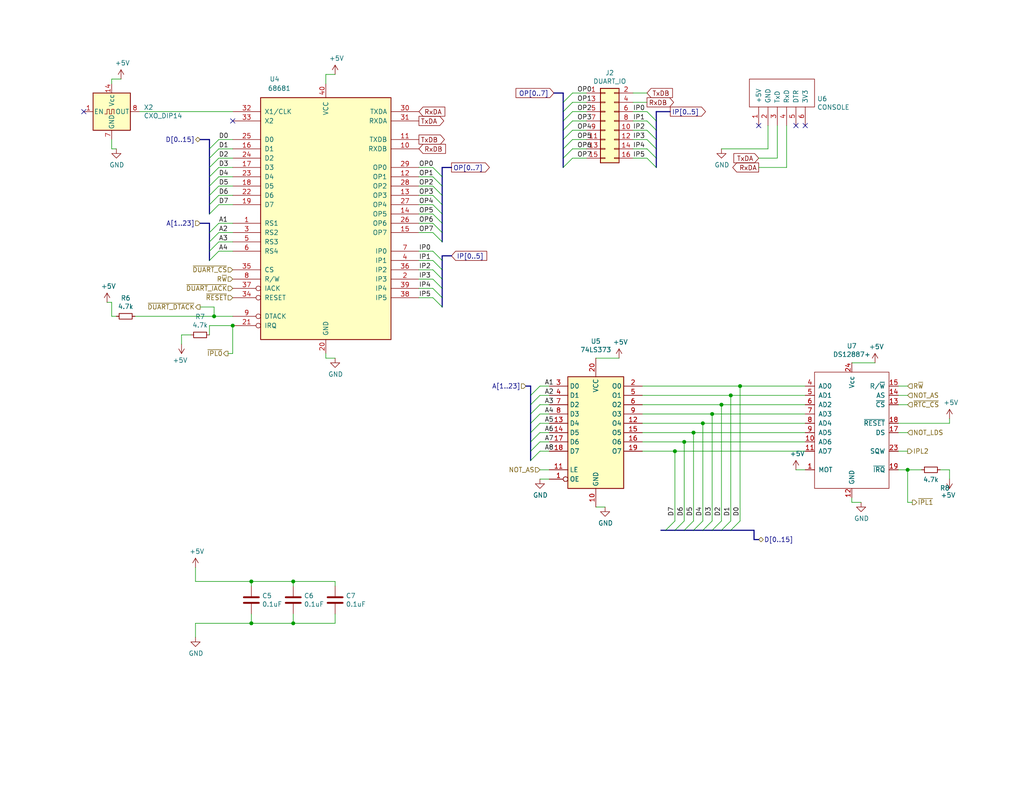
<source format=kicad_sch>
(kicad_sch (version 20231120) (generator "eeschema") (generator_version "8.0")
  (paper "USLetter")
  (lib_symbols
    (symbol "74xx:74LS373"
      (property "Reference" "U" (at -7.62 16.51 0))
      (property "Value" "74LS373" (at -7.62 -16.51 0))
      (symbol "74LS373_1_0"
        (pin input inverted (at -12.7 -12.7 0) (length 5.08) (name "OE") (number "1"))
        (pin power_in line (at 0 -20.32 90) (length 5.08) (name "GND") (number "10"))
        (pin input line (at -12.7 -10.16 0) (length 5.08) (name "LE") (number "11"))
        (pin tri_state line (at 12.7 2.54 180) (length 5.08) (name "O4") (number "12"))
        (pin input line (at -12.7 2.54 0) (length 5.08) (name "D4") (number "13"))
        (pin input line (at -12.7 0 0) (length 5.08) (name "D5") (number "14"))
        (pin tri_state line (at 12.7 0 180) (length 5.08) (name "O5") (number "15"))
        (pin tri_state line (at 12.7 -2.54 180) (length 5.08) (name "O6") (number "16"))
        (pin input line (at -12.7 -2.54 0) (length 5.08) (name "D6") (number "17"))
        (pin input line (at -12.7 -5.08 0) (length 5.08) (name "D7") (number "18"))
        (pin tri_state line (at 12.7 -5.08 180) (length 5.08) (name "O7") (number "19"))
        (pin tri_state line (at 12.7 12.7 180) (length 5.08) (name "O0") (number "2"))
        (pin power_in line (at 0 20.32 270) (length 5.08) (name "VCC") (number "20"))
        (pin input line (at -12.7 12.7 0) (length 5.08) (name "D0") (number "3"))
        (pin input line (at -12.7 10.16 0) (length 5.08) (name "D1") (number "4"))
        (pin tri_state line (at 12.7 10.16 180) (length 5.08) (name "O1") (number "5"))
        (pin tri_state line (at 12.7 7.62 180) (length 5.08) (name "O2") (number "6"))
        (pin input line (at -12.7 7.62 0) (length 5.08) (name "D2") (number "7"))
        (pin input line (at -12.7 5.08 0) (length 5.08) (name "D3") (number "8"))
        (pin tri_state line (at 12.7 5.08 180) (length 5.08) (name "O3") (number "9"))
      )
      (symbol "74LS373_1_1"
        (rectangle (start -7.62 15.24) (end 7.62 -15.24) (stroke (width 0.254)) (fill (type background)))
      )
    )
    (symbol "Connector_Generic:Conn_02x08_Odd_Even" (pin_names (offset 1.016) hide)
      (property "Reference" "J" (at 1.27 10.16 0))
      (property "Value" "Conn_02x08_Odd_Even" (at 1.27 -12.7 0))
      (symbol "Conn_02x08_Odd_Even_1_1"
        (rectangle (start -1.27 -10.033) (end 0 -10.287) (stroke (width 0.1524)))
        (rectangle (start -1.27 -7.493) (end 0 -7.747) (stroke (width 0.1524)))
        (rectangle (start -1.27 -4.953) (end 0 -5.207) (stroke (width 0.1524)))
        (rectangle (start -1.27 -2.413) (end 0 -2.667) (stroke (width 0.1524)))
        (rectangle (start -1.27 0.127) (end 0 -0.127) (stroke (width 0.1524)))
        (rectangle (start -1.27 2.667) (end 0 2.413) (stroke (width 0.1524)))
        (rectangle (start -1.27 5.207) (end 0 4.953) (stroke (width 0.1524)))
        (rectangle (start -1.27 7.747) (end 0 7.493) (stroke (width 0.1524)))
        (rectangle (start -1.27 8.89) (end 3.81 -11.43) (stroke (width 0.254)) (fill (type background)))
        (rectangle (start 3.81 -10.033) (end 2.54 -10.287) (stroke (width 0.1524)))
        (rectangle (start 3.81 -7.493) (end 2.54 -7.747) (stroke (width 0.1524)))
        (rectangle (start 3.81 -4.953) (end 2.54 -5.207) (stroke (width 0.1524)))
        (rectangle (start 3.81 -2.413) (end 2.54 -2.667) (stroke (width 0.1524)))
        (rectangle (start 3.81 0.127) (end 2.54 -0.127) (stroke (width 0.1524)))
        (rectangle (start 3.81 2.667) (end 2.54 2.413) (stroke (width 0.1524)))
        (rectangle (start 3.81 5.207) (end 2.54 4.953) (stroke (width 0.1524)))
        (rectangle (start 3.81 7.747) (end 2.54 7.493) (stroke (width 0.1524)))
        (pin passive line (at -5.08 7.62 0) (length 3.81) (name "Pin_1") (number "1"))
        (pin passive line (at 7.62 -2.54 180) (length 3.81) (name "Pin_10") (number "10"))
        (pin passive line (at -5.08 -5.08 0) (length 3.81) (name "Pin_11") (number "11"))
        (pin passive line (at 7.62 -5.08 180) (length 3.81) (name "Pin_12") (number "12"))
        (pin passive line (at -5.08 -7.62 0) (length 3.81) (name "Pin_13") (number "13"))
        (pin passive line (at 7.62 -7.62 180) (length 3.81) (name "Pin_14") (number "14"))
        (pin passive line (at -5.08 -10.16 0) (length 3.81) (name "Pin_15") (number "15"))
        (pin passive line (at 7.62 -10.16 180) (length 3.81) (name "Pin_16") (number "16"))
        (pin passive line (at 7.62 7.62 180) (length 3.81) (name "Pin_2") (number "2"))
        (pin passive line (at -5.08 5.08 0) (length 3.81) (name "Pin_3") (number "3"))
        (pin passive line (at 7.62 5.08 180) (length 3.81) (name "Pin_4") (number "4"))
        (pin passive line (at -5.08 2.54 0) (length 3.81) (name "Pin_5") (number "5"))
        (pin passive line (at 7.62 2.54 180) (length 3.81) (name "Pin_6") (number "6"))
        (pin passive line (at -5.08 0 0) (length 3.81) (name "Pin_7") (number "7"))
        (pin passive line (at 7.62 0 180) (length 3.81) (name "Pin_8") (number "8"))
        (pin passive line (at -5.08 -2.54 0) (length 3.81) (name "Pin_9") (number "9"))
      )
    )
    (symbol "Device:C" (pin_numbers hide) (pin_names (offset 0.254))
      (property "Reference" "C" (at 0.635 2.54 0))
      (property "Value" "C" (at 0.635 -2.54 0))
      (symbol "C_0_1"
        (polyline (pts (xy -2.032 -0.762) (xy 2.032 -0.762)) (stroke (width 0.508)))
        (polyline (pts (xy -2.032 0.762) (xy 2.032 0.762)) (stroke (width 0.508)))
      )
      (symbol "C_1_1"
        (pin passive line (at 0 3.81 270) (length 2.794) (name "~") (number "1"))
        (pin passive line (at 0 -3.81 90) (length 2.794) (name "~") (number "2"))
      )
    )
    (symbol "Device:R_Small" (pin_numbers hide) (pin_names (offset 0.254) hide)
      (property "Reference" "R" (at 0.762 0.508 0))
      (property "Value" "R_Small" (at 0.762 -1.016 0))
      (symbol "R_Small_0_1"
        (rectangle (start -0.762 1.778) (end 0.762 -1.778) (stroke (width 0.2032)))
      )
      (symbol "R_Small_1_1"
        (pin passive line (at 0 2.54 270) (length 0.762) (name "~") (number "1"))
        (pin passive line (at 0 -2.54 90) (length 0.762) (name "~") (number "2"))
      )
    )
    (symbol "Interface:68681" (pin_names (offset 1.016))
      (property "Reference" "U" (at 0 3.81 0))
      (property "Value" "68681" (at 0 -2.54 0))
      (symbol "68681_0_1"
        (rectangle (start -17.78 -31.75) (end 17.78 34.29) (stroke (width 0.254)) (fill (type background)))
      )
      (symbol "68681_1_1"
        (pin input line (at -25.4 0 0) (length 7.62) (name "RS1") (number "1"))
        (pin input line (at 25.4 20.32 180) (length 7.62) (name "RXDB") (number "10"))
        (pin output line (at 25.4 22.86 180) (length 7.62) (name "TXDB") (number "11"))
        (pin output line (at 25.4 12.7 180) (length 7.62) (name "OP1") (number "12"))
        (pin output line (at 25.4 7.62 180) (length 7.62) (name "OP3") (number "13"))
        (pin output line (at 25.4 2.54 180) (length 7.62) (name "OP5") (number "14"))
        (pin output line (at 25.4 -2.54 180) (length 7.62) (name "OP7") (number "15"))
        (pin tri_state line (at -25.4 20.32 0) (length 7.62) (name "D1") (number "16"))
        (pin tri_state line (at -25.4 15.24 0) (length 7.62) (name "D3") (number "17"))
        (pin tri_state line (at -25.4 10.16 0) (length 7.62) (name "D5") (number "18"))
        (pin tri_state line (at -25.4 5.08 0) (length 7.62) (name "D7") (number "19"))
        (pin input line (at 25.4 -15.24 180) (length 7.62) (name "IP3") (number "2"))
        (pin power_in line (at 0 -35.56 90) (length 3.81) (name "GND") (number "20"))
        (pin output inverted (at -25.4 -27.94 0) (length 7.62) (name "IRQ") (number "21"))
        (pin tri_state line (at -25.4 7.62 0) (length 7.62) (name "D6") (number "22"))
        (pin tri_state line (at -25.4 12.7 0) (length 7.62) (name "D4") (number "23"))
        (pin tri_state line (at -25.4 17.78 0) (length 7.62) (name "D2") (number "24"))
        (pin tri_state line (at -25.4 22.86 0) (length 7.62) (name "D0") (number "25"))
        (pin output line (at 25.4 0 180) (length 7.62) (name "OP6") (number "26"))
        (pin output line (at 25.4 5.08 180) (length 7.62) (name "OP4") (number "27"))
        (pin output line (at 25.4 10.16 180) (length 7.62) (name "OP2") (number "28"))
        (pin output line (at 25.4 15.24 180) (length 7.62) (name "OP0") (number "29"))
        (pin input line (at -25.4 -2.54 0) (length 7.62) (name "RS2") (number "3"))
        (pin output line (at 25.4 30.48 180) (length 7.62) (name "TXDA") (number "30"))
        (pin input line (at 25.4 27.94 180) (length 7.62) (name "RXDA") (number "31"))
        (pin input line (at -25.4 30.48 0) (length 7.62) (name "X1/CLK") (number "32"))
        (pin input line (at -25.4 27.94 0) (length 7.62) (name "X2") (number "33"))
        (pin input inverted (at -25.4 -20.32 0) (length 7.62) (name "RESET") (number "34"))
        (pin input line (at -25.4 -12.7 0) (length 7.62) (name "CS") (number "35"))
        (pin input line (at 25.4 -12.7 180) (length 7.62) (name "IP2") (number "36"))
        (pin input inverted (at -25.4 -17.78 0) (length 7.62) (name "IACK") (number "37"))
        (pin input line (at 25.4 -20.32 180) (length 7.62) (name "IP5") (number "38"))
        (pin input line (at 25.4 -17.78 180) (length 7.62) (name "IP4") (number "39"))
        (pin input line (at 25.4 -10.16 180) (length 7.62) (name "IP1") (number "4"))
        (pin power_in line (at 0 38.1 270) (length 3.81) (name "VCC") (number "40"))
        (pin input line (at -25.4 -5.08 0) (length 7.62) (name "RS3") (number "5"))
        (pin input line (at -25.4 -7.62 0) (length 7.62) (name "RS4") (number "6"))
        (pin input line (at 25.4 -7.62 180) (length 7.62) (name "IP0") (number "7"))
        (pin input line (at -25.4 -15.24 0) (length 7.62) (name "R/W") (number "8"))
        (pin open_collector inverted (at -25.4 -25.4 0) (length 7.62) (name "DTACK") (number "9"))
      )
    )
    (symbol "Oscillator:CXO_DIP14" (pin_names (offset 0.254))
      (property "Reference" "X" (at -5.08 6.35 0))
      (property "Value" "CXO_DIP14" (at 1.27 -6.35 0))
      (symbol "CXO_DIP14_0_1"
        (rectangle (start -5.08 5.08) (end 5.08 -5.08) (stroke (width 0.254)) (fill (type background)))
        (polyline (pts (xy -1.905 -0.635) (xy -1.27 -0.635) (xy -1.27 0.635) (xy -0.635 0.635) (xy -0.635 -0.635) (xy 0 -0.635) (xy 0 0.635) (xy 0.635 0.635) (xy 0.635 -0.635)))
      )
      (symbol "CXO_DIP14_1_1"
        (pin input line (at -7.62 0 0) (length 2.54) (name "EN") (number "1"))
        (pin power_in line (at 0 7.62 270) (length 2.54) (name "Vcc") (number "14"))
        (pin power_in line (at 0 -7.62 90) (length 2.54) (name "GND") (number "7"))
        (pin output line (at 7.62 0 180) (length 2.54) (name "OUT") (number "8"))
      )
    )
    (symbol "custom:CP2102_Breakout" (pin_names (offset 1.016))
      (property "Reference" "U" (at -2.54 10.16 0))
      (property "Value" "CP2102_Breakout" (at -1.27 7.62 0))
      (symbol "CP2102_Breakout_0_1"
        (rectangle (start -10.16 6.35) (end 7.62 -1.27))
      )
      (symbol "CP2102_Breakout_1_1"
        (pin power_in line (at -7.62 -6.35 90) (length 5.08) (name "+5V") (number "1"))
        (pin power_in line (at -5.08 -6.35 90) (length 5.08) (name "GND") (number "2"))
        (pin output line (at -2.54 -6.35 90) (length 5.08) (name "TxD") (number "3"))
        (pin input line (at 0 -6.35 90) (length 5.08) (name "RxD") (number "4"))
        (pin output line (at 2.54 -6.35 90) (length 5.08) (name "DTR") (number "5"))
        (pin power_in line (at 5.08 -6.35 90) (length 5.08) (name "3V3") (number "6"))
      )
    )
    (symbol "custom:DS12887+" (pin_names (offset 1.016))
      (property "Reference" "U" (at 3.81 21.59 0))
      (property "Value" "DS12887+" (at 7.62 19.05 0))
      (symbol "DS12887+_0_1"
        (rectangle (start -10.16 16.51) (end 10.16 -15.24))
      )
      (symbol "DS12887+_1_1"
        (pin input line (at -12.7 -10.16 0) (length 2.54) (name "MOT") (number "1"))
        (pin bidirectional line (at -12.7 -2.54 0) (length 2.54) (name "AD6") (number "10"))
        (pin bidirectional line (at -12.7 -5.08 0) (length 2.54) (name "AD7") (number "11"))
        (pin power_in line (at 0 -17.78 90) (length 2.54) (name "GND") (number "12"))
        (pin input line (at 12.7 7.62 180) (length 2.54) (name "~{CS}") (number "13"))
        (pin input line (at 12.7 10.16 180) (length 2.54) (name "AS") (number "14"))
        (pin input line (at 12.7 12.7 180) (length 2.54) (name "R/~{W}") (number "15"))
        (pin input line (at 12.7 0 180) (length 2.54) (name "DS") (number "17"))
        (pin input line (at 12.7 2.54 180) (length 2.54) (name "~{RESET}") (number "18"))
        (pin output line (at 12.7 -10.16 180) (length 2.54) (name "~{IRQ}") (number "19"))
        (pin output line (at 12.7 -5.08 180) (length 2.54) (name "SQW") (number "23"))
        (pin power_in line (at 0 19.05 270) (length 2.54) (name "Vcc") (number "24"))
        (pin bidirectional line (at -12.7 12.7 0) (length 2.54) (name "AD0") (number "4"))
        (pin bidirectional line (at -12.7 10.16 0) (length 2.54) (name "AD1") (number "5"))
        (pin bidirectional line (at -12.7 7.62 0) (length 2.54) (name "AD2") (number "6"))
        (pin bidirectional line (at -12.7 5.08 0) (length 2.54) (name "AD3") (number "7"))
        (pin bidirectional line (at -12.7 2.54 0) (length 2.54) (name "AD4") (number "8"))
        (pin bidirectional line (at -12.7 0 0) (length 2.54) (name "AD5") (number "9"))
      )
    )
    (symbol "power:+5V" (power) (pin_names (offset 0))
      (property "Value" "+5V" (at 0 3.556 0))
      (symbol "+5V_0_1"
        (polyline (pts (xy -0.762 1.27) (xy 0 2.54)))
        (polyline (pts (xy 0 0) (xy 0 2.54)))
        (polyline (pts (xy 0 2.54) (xy 0.762 1.27)))
      )
      (symbol "+5V_1_1"
        (pin power_in line (at 0 0 90) (length 0) hide (name "+5V") (number "1"))
      )
    )
    (symbol "power:GND" (power) (pin_names (offset 0))
      (property "Value" "GND" (at 0 -3.81 0))
      (symbol "GND_0_1"
        (polyline (pts (xy 0 0) (xy 0 -1.27) (xy 1.27 -1.27) (xy 0 -2.54) (xy -1.27 -1.27) (xy 0 -1.27)))
      )
      (symbol "GND_1_1"
        (pin power_in line (at 0 0 270) (length 0) hide (name "GND") (number "1"))
      )
    )
  )
  (junction (at 80.01 170.18))
  (junction (at 201.93 105.41))
  (junction (at 68.58 158.75))
  (junction (at 199.39 107.95))
  (junction (at 194.31 113.03))
  (junction (at 189.23 118.11))
  (junction (at 80.01 158.75))
  (junction (at 247.65 128.27))
  (junction (at 196.85 110.49))
  (junction (at 58.42 86.36))
  (junction (at 184.15 123.19))
  (junction (at 68.58 170.18))
  (junction (at 186.69 120.65))
  (junction (at 191.77 115.57))
  (junction (at 63.5 88.9))
  (no_connect (at 22.86 30.48))
  (no_connect (at 63.5 33.02))
  (no_connect (at 207.01 34.29))
  (no_connect (at 219.71 34.29))
  (no_connect (at 217.17 34.29))
  (bus_entry (at 147.32 118.11) (size -2.54 2.54))
  (bus_entry (at 156.21 27.94) (size -2.54 2.54))
  (bus_entry (at 147.32 105.41) (size -2.54 2.54))
  (bus_entry (at 176.53 40.64) (size 2.54 2.54))
  (bus_entry (at 59.69 45.72) (size -2.54 2.54))
  (bus_entry (at 156.21 30.48) (size -2.54 2.54))
  (bus_entry (at 118.11 58.42) (size 2.54 2.54))
  (bus_entry (at 118.11 63.5) (size 2.54 2.54))
  (bus_entry (at 147.32 123.19) (size -2.54 2.54))
  (bus_entry (at 156.21 25.4) (size -2.54 2.54))
  (bus_entry (at 118.11 50.8) (size 2.54 2.54))
  (bus_entry (at 118.11 71.12) (size 2.54 2.54))
  (bus_entry (at 118.11 68.58) (size 2.54 2.54))
  (bus_entry (at 176.53 38.1) (size 2.54 2.54))
  (bus_entry (at 59.69 48.26) (size -2.54 2.54))
  (bus_entry (at 118.11 45.72) (size 2.54 2.54))
  (bus_entry (at 156.21 38.1) (size -2.54 2.54))
  (bus_entry (at 147.32 115.57) (size -2.54 2.54))
  (bus_entry (at 176.53 33.02) (size 2.54 2.54))
  (bus_entry (at 189.23 144.78) (size 2.54 -2.54))
  (bus_entry (at 118.11 81.28) (size 2.54 2.54))
  (bus_entry (at 59.69 43.18) (size -2.54 2.54))
  (bus_entry (at 118.11 76.2) (size 2.54 2.54))
  (bus_entry (at 59.69 40.64) (size -2.54 2.54))
  (bus_entry (at 147.32 107.95) (size -2.54 2.54))
  (bus_entry (at 59.69 55.88) (size -2.54 2.54))
  (bus_entry (at 147.32 113.03) (size -2.54 2.54))
  (bus_entry (at 59.69 68.58) (size -2.54 2.54))
  (bus_entry (at 147.32 110.49) (size -2.54 2.54))
  (bus_entry (at 59.69 50.8) (size -2.54 2.54))
  (bus_entry (at 59.69 38.1) (size -2.54 2.54))
  (bus_entry (at 156.21 40.64) (size -2.54 2.54))
  (bus_entry (at 59.69 53.34) (size -2.54 2.54))
  (bus_entry (at 176.53 43.18) (size 2.54 2.54))
  (bus_entry (at 118.11 55.88) (size 2.54 2.54))
  (bus_entry (at 156.21 35.56) (size -2.54 2.54))
  (bus_entry (at 156.21 33.02) (size -2.54 2.54))
  (bus_entry (at 181.61 144.78) (size 2.54 -2.54))
  (bus_entry (at 118.11 48.26) (size 2.54 2.54))
  (bus_entry (at 118.11 73.66) (size 2.54 2.54))
  (bus_entry (at 194.31 144.78) (size 2.54 -2.54))
  (bus_entry (at 59.69 60.96) (size -2.54 2.54))
  (bus_entry (at 118.11 60.96) (size 2.54 2.54))
  (bus_entry (at 191.77 144.78) (size 2.54 -2.54))
  (bus_entry (at 176.53 35.56) (size 2.54 2.54))
  (bus_entry (at 176.53 30.48) (size 2.54 2.54))
  (bus_entry (at 186.69 144.78) (size 2.54 -2.54))
  (bus_entry (at 184.15 144.78) (size 2.54 -2.54))
  (bus_entry (at 199.39 144.78) (size 2.54 -2.54))
  (bus_entry (at 118.11 78.74) (size 2.54 2.54))
  (bus_entry (at 59.69 66.04) (size -2.54 2.54))
  (bus_entry (at 147.32 120.65) (size -2.54 2.54))
  (bus_entry (at 196.85 144.78) (size 2.54 -2.54))
  (bus_entry (at 118.11 53.34) (size 2.54 2.54))
  (bus_entry (at 59.69 63.5) (size -2.54 2.54))
  (bus_entry (at 156.21 43.18) (size -2.54 2.54))
  (wire (pts (xy 63.5 88.9) (xy 57.15 88.9)))
  (bus (pts (xy 153.67 38.1) (xy 153.67 40.64)))
  (wire (pts (xy 63.5 45.72) (xy 59.69 45.72)))
  (wire (pts (xy 172.72 38.1) (xy 176.53 38.1)))
  (bus (pts (xy 153.67 43.18) (xy 153.67 45.72)))
  (wire (pts (xy 31.75 86.36) (xy 30.48 86.36)))
  (wire (pts (xy 57.15 88.9) (xy 57.15 91.44)))
  (bus (pts (xy 57.15 43.18) (xy 57.15 45.72)))
  (wire (pts (xy 256.54 128.27) (xy 259.08 128.27)))
  (bus (pts (xy 179.07 38.1) (xy 179.07 40.64)))
  (wire (pts (xy 49.53 91.44) (xy 52.07 91.44)))
  (wire (pts (xy 196.85 110.49) (xy 219.71 110.49)))
  (wire (pts (xy 88.9 96.52) (xy 88.9 97.79)))
  (wire (pts (xy 199.39 142.24) (xy 199.39 107.95)))
  (wire (pts (xy 149.86 110.49) (xy 147.32 110.49)))
  (wire (pts (xy 191.77 142.24) (xy 191.77 115.57)))
  (wire (pts (xy 149.86 115.57) (xy 147.32 115.57)))
  (wire (pts (xy 175.26 110.49) (xy 196.85 110.49)))
  (bus (pts (xy 144.78 113.03) (xy 144.78 115.57)))
  (bus (pts (xy 179.07 40.64) (xy 179.07 43.18)))
  (wire (pts (xy 172.72 30.48) (xy 176.53 30.48)))
  (wire (pts (xy 172.72 43.18) (xy 176.53 43.18)))
  (bus (pts (xy 57.15 45.72) (xy 57.15 48.26)))
  (bus (pts (xy 144.78 110.49) (xy 144.78 113.03)))
  (wire (pts (xy 91.44 160.02) (xy 91.44 158.75)))
  (wire (pts (xy 147.32 130.81) (xy 149.86 130.81)))
  (wire (pts (xy 162.56 138.43) (xy 165.1 138.43)))
  (bus (pts (xy 57.15 60.96) (xy 54.61 60.96)))
  (wire (pts (xy 172.72 25.4) (xy 176.53 25.4)))
  (bus (pts (xy 120.65 71.12) (xy 120.65 73.66)))
  (wire (pts (xy 184.15 123.19) (xy 219.71 123.19)))
  (wire (pts (xy 172.72 35.56) (xy 176.53 35.56)))
  (wire (pts (xy 53.34 170.18) (xy 68.58 170.18)))
  (wire (pts (xy 63.5 60.96) (xy 59.69 60.96)))
  (wire (pts (xy 63.5 43.18) (xy 59.69 43.18)))
  (bus (pts (xy 205.74 144.78) (xy 205.74 147.32)))
  (wire (pts (xy 53.34 158.75) (xy 68.58 158.75)))
  (bus (pts (xy 120.65 69.85) (xy 120.65 71.12)))
  (wire (pts (xy 63.5 96.52) (xy 62.23 96.52)))
  (wire (pts (xy 212.09 34.29) (xy 212.09 43.18)))
  (wire (pts (xy 201.93 105.41) (xy 219.71 105.41)))
  (wire (pts (xy 59.69 66.04) (xy 63.5 66.04)))
  (wire (pts (xy 184.15 142.24) (xy 184.15 123.19)))
  (bus (pts (xy 153.67 35.56) (xy 153.67 38.1)))
  (wire (pts (xy 160.02 43.18) (xy 156.21 43.18)))
  (wire (pts (xy 175.26 115.57) (xy 191.77 115.57)))
  (bus (pts (xy 153.67 27.94) (xy 153.67 30.48)))
  (bus (pts (xy 179.07 33.02) (xy 179.07 35.56)))
  (wire (pts (xy 114.3 71.12) (xy 118.11 71.12)))
  (wire (pts (xy 245.11 115.57) (xy 259.08 115.57)))
  (wire (pts (xy 36.83 86.36) (xy 58.42 86.36)))
  (wire (pts (xy 175.26 105.41) (xy 201.93 105.41)))
  (wire (pts (xy 194.31 142.24) (xy 194.31 113.03)))
  (wire (pts (xy 232.41 99.06) (xy 238.76 99.06)))
  (wire (pts (xy 196.85 40.64) (xy 209.55 40.64)))
  (wire (pts (xy 247.65 110.49) (xy 245.11 110.49)))
  (wire (pts (xy 201.93 142.24) (xy 201.93 105.41)))
  (bus (pts (xy 180.34 144.78) (xy 181.61 144.78)))
  (wire (pts (xy 234.95 137.16) (xy 232.41 137.16)))
  (bus (pts (xy 120.65 53.34) (xy 120.65 55.88)))
  (wire (pts (xy 172.72 27.94) (xy 176.53 27.94)))
  (wire (pts (xy 114.3 60.96) (xy 118.11 60.96)))
  (bus (pts (xy 144.78 105.41) (xy 144.78 107.95)))
  (bus (pts (xy 144.78 105.41) (xy 143.51 105.41)))
  (wire (pts (xy 259.08 115.57) (xy 259.08 114.3)))
  (wire (pts (xy 63.5 63.5) (xy 59.69 63.5)))
  (bus (pts (xy 199.39 144.78) (xy 205.74 144.78)))
  (wire (pts (xy 247.65 105.41) (xy 245.11 105.41)))
  (wire (pts (xy 247.65 128.27) (xy 247.65 137.16)))
  (wire (pts (xy 29.21 82.55) (xy 30.48 82.55)))
  (bus (pts (xy 57.15 38.1) (xy 54.61 38.1)))
  (wire (pts (xy 199.39 107.95) (xy 219.71 107.95)))
  (bus (pts (xy 120.65 50.8) (xy 120.65 53.34)))
  (wire (pts (xy 63.5 48.26) (xy 59.69 48.26)))
  (wire (pts (xy 59.69 68.58) (xy 63.5 68.58)))
  (wire (pts (xy 30.48 38.1) (xy 30.48 40.64)))
  (wire (pts (xy 149.86 105.41) (xy 147.32 105.41)))
  (wire (pts (xy 114.3 55.88) (xy 118.11 55.88)))
  (wire (pts (xy 160.02 30.48) (xy 156.21 30.48)))
  (bus (pts (xy 120.65 69.85) (xy 123.19 69.85)))
  (bus (pts (xy 184.15 144.78) (xy 186.69 144.78)))
  (wire (pts (xy 212.09 43.18) (xy 207.01 43.18)))
  (wire (pts (xy 175.26 107.95) (xy 199.39 107.95)))
  (wire (pts (xy 80.01 160.02) (xy 80.01 158.75)))
  (wire (pts (xy 114.3 53.34) (xy 118.11 53.34)))
  (wire (pts (xy 54.61 83.82) (xy 58.42 83.82)))
  (bus (pts (xy 57.15 66.04) (xy 57.15 68.58)))
  (wire (pts (xy 149.86 113.03) (xy 147.32 113.03)))
  (bus (pts (xy 120.65 63.5) (xy 120.65 66.04)))
  (bus (pts (xy 120.65 45.72) (xy 120.65 48.26)))
  (wire (pts (xy 58.42 83.82) (xy 58.42 86.36)))
  (wire (pts (xy 160.02 35.56) (xy 156.21 35.56)))
  (wire (pts (xy 196.85 142.24) (xy 196.85 110.49)))
  (wire (pts (xy 114.3 81.28) (xy 118.11 81.28)))
  (wire (pts (xy 91.44 20.32) (xy 88.9 20.32)))
  (wire (pts (xy 160.02 25.4) (xy 156.21 25.4)))
  (bus (pts (xy 57.15 55.88) (xy 57.15 58.42)))
  (bus (pts (xy 57.15 40.64) (xy 57.15 43.18)))
  (wire (pts (xy 49.53 93.98) (xy 49.53 91.44)))
  (wire (pts (xy 214.63 45.72) (xy 207.01 45.72)))
  (bus (pts (xy 120.65 45.72) (xy 123.19 45.72)))
  (wire (pts (xy 114.3 78.74) (xy 118.11 78.74)))
  (bus (pts (xy 57.15 53.34) (xy 57.15 55.88)))
  (wire (pts (xy 38.1 30.48) (xy 63.5 30.48)))
  (wire (pts (xy 259.08 130.81) (xy 259.08 128.27)))
  (wire (pts (xy 30.48 21.59) (xy 33.02 21.59)))
  (wire (pts (xy 214.63 34.29) (xy 214.63 45.72)))
  (wire (pts (xy 149.86 107.95) (xy 147.32 107.95)))
  (bus (pts (xy 120.65 58.42) (xy 120.65 60.96)))
  (wire (pts (xy 30.48 22.86) (xy 30.48 21.59)))
  (bus (pts (xy 120.65 81.28) (xy 120.65 83.82)))
  (wire (pts (xy 114.3 58.42) (xy 118.11 58.42)))
  (bus (pts (xy 57.15 38.1) (xy 57.15 40.64)))
  (wire (pts (xy 68.58 158.75) (xy 80.01 158.75)))
  (wire (pts (xy 175.26 120.65) (xy 186.69 120.65)))
  (wire (pts (xy 63.5 50.8) (xy 59.69 50.8)))
  (wire (pts (xy 149.86 120.65) (xy 147.32 120.65)))
  (bus (pts (xy 153.67 25.4) (xy 151.13 25.4)))
  (wire (pts (xy 30.48 82.55) (xy 30.48 86.36)))
  (wire (pts (xy 68.58 167.64) (xy 68.58 170.18)))
  (wire (pts (xy 160.02 38.1) (xy 156.21 38.1)))
  (wire (pts (xy 209.55 34.29) (xy 209.55 40.64)))
  (wire (pts (xy 232.41 137.16) (xy 232.41 135.89)))
  (bus (pts (xy 144.78 120.65) (xy 144.78 123.19)))
  (wire (pts (xy 245.11 128.27) (xy 247.65 128.27)))
  (wire (pts (xy 88.9 97.79) (xy 91.44 97.79)))
  (bus (pts (xy 153.67 25.4) (xy 153.67 27.94)))
  (bus (pts (xy 179.07 43.18) (xy 179.07 45.72)))
  (wire (pts (xy 247.65 137.16) (xy 248.92 137.16)))
  (wire (pts (xy 186.69 142.24) (xy 186.69 120.65)))
  (wire (pts (xy 68.58 160.02) (xy 68.58 158.75)))
  (wire (pts (xy 160.02 27.94) (xy 156.21 27.94)))
  (bus (pts (xy 120.65 55.88) (xy 120.65 58.42)))
  (bus (pts (xy 189.23 144.78) (xy 191.77 144.78)))
  (bus (pts (xy 57.15 68.58) (xy 57.15 71.12)))
  (bus (pts (xy 120.65 73.66) (xy 120.65 76.2)))
  (wire (pts (xy 217.17 128.27) (xy 219.71 128.27)))
  (wire (pts (xy 114.3 50.8) (xy 118.11 50.8)))
  (wire (pts (xy 80.01 167.64) (xy 80.01 170.18)))
  (wire (pts (xy 186.69 120.65) (xy 219.71 120.65)))
  (bus (pts (xy 120.65 78.74) (xy 120.65 81.28)))
  (wire (pts (xy 91.44 167.64) (xy 91.44 170.18)))
  (wire (pts (xy 160.02 40.64) (xy 156.21 40.64)))
  (wire (pts (xy 63.5 55.88) (xy 59.69 55.88)))
  (bus (pts (xy 120.65 60.96) (xy 120.65 63.5)))
  (bus (pts (xy 194.31 144.78) (xy 196.85 144.78)))
  (wire (pts (xy 53.34 154.94) (xy 53.34 158.75)))
  (bus (pts (xy 179.07 30.48) (xy 179.07 33.02)))
  (bus (pts (xy 57.15 63.5) (xy 57.15 66.04)))
  (wire (pts (xy 30.48 40.64) (xy 31.75 40.64)))
  (bus (pts (xy 205.74 147.32) (xy 207.01 147.32)))
  (wire (pts (xy 114.3 63.5) (xy 118.11 63.5)))
  (wire (pts (xy 63.5 40.64) (xy 59.69 40.64)))
  (wire (pts (xy 175.26 113.03) (xy 194.31 113.03)))
  (wire (pts (xy 245.11 123.19) (xy 247.65 123.19)))
  (wire (pts (xy 175.26 118.11) (xy 189.23 118.11)))
  (wire (pts (xy 68.58 170.18) (xy 80.01 170.18)))
  (wire (pts (xy 58.42 86.36) (xy 63.5 86.36)))
  (bus (pts (xy 120.65 76.2) (xy 120.65 78.74)))
  (wire (pts (xy 172.72 33.02) (xy 176.53 33.02)))
  (wire (pts (xy 149.86 118.11) (xy 147.32 118.11)))
  (wire (pts (xy 80.01 170.18) (xy 91.44 170.18)))
  (wire (pts (xy 175.26 123.19) (xy 184.15 123.19)))
  (bus (pts (xy 153.67 40.64) (xy 153.67 43.18)))
  (wire (pts (xy 114.3 76.2) (xy 118.11 76.2)))
  (wire (pts (xy 189.23 142.24) (xy 189.23 118.11)))
  (wire (pts (xy 63.5 53.34) (xy 59.69 53.34)))
  (bus (pts (xy 153.67 33.02) (xy 153.67 35.56)))
  (bus (pts (xy 144.78 115.57) (xy 144.78 118.11)))
  (wire (pts (xy 53.34 170.18) (xy 53.34 173.99)))
  (bus (pts (xy 57.15 60.96) (xy 57.15 63.5)))
  (wire (pts (xy 114.3 68.58) (xy 118.11 68.58)))
  (wire (pts (xy 194.31 113.03) (xy 219.71 113.03)))
  (wire (pts (xy 189.23 118.11) (xy 219.71 118.11)))
  (bus (pts (xy 186.69 144.78) (xy 189.23 144.78)))
  (bus (pts (xy 153.67 30.48) (xy 153.67 33.02)))
  (bus (pts (xy 179.07 35.56) (xy 179.07 38.1)))
  (wire (pts (xy 162.56 97.79) (xy 168.91 97.79)))
  (bus (pts (xy 196.85 144.78) (xy 199.39 144.78)))
  (wire (pts (xy 247.65 118.11) (xy 245.11 118.11)))
  (wire (pts (xy 63.5 38.1) (xy 59.69 38.1)))
  (wire (pts (xy 191.77 115.57) (xy 219.71 115.57)))
  (bus (pts (xy 120.65 48.26) (xy 120.65 50.8)))
  (wire (pts (xy 80.01 158.75) (xy 91.44 158.75)))
  (wire (pts (xy 160.02 33.02) (xy 156.21 33.02)))
  (wire (pts (xy 114.3 48.26) (xy 118.11 48.26)))
  (bus (pts (xy 191.77 144.78) (xy 194.31 144.78)))
  (bus (pts (xy 144.78 118.11) (xy 144.78 120.65)))
  (wire (pts (xy 114.3 45.72) (xy 118.11 45.72)))
  (bus (pts (xy 144.78 107.95) (xy 144.78 110.49)))
  (wire (pts (xy 172.72 40.64) (xy 176.53 40.64)))
  (wire (pts (xy 88.9 22.86) (xy 88.9 20.32)))
  (bus (pts (xy 181.61 144.78) (xy 184.15 144.78)))
  (wire (pts (xy 147.32 128.27) (xy 149.86 128.27)))
  (bus (pts (xy 57.15 50.8) (xy 57.15 53.34)))
  (bus (pts (xy 57.15 48.26) (xy 57.15 50.8)))
  (bus (pts (xy 179.07 30.48) (xy 182.88 30.48)))
  (wire (pts (xy 149.86 123.19) (xy 147.32 123.19)))
  (wire (pts (xy 247.65 128.27) (xy 251.46 128.27)))
  (bus (pts (xy 144.78 123.19) (xy 144.78 125.73)))
  (wire (pts (xy 247.65 107.95) (xy 245.11 107.95)))
  (wire (pts (xy 63.5 88.9) (xy 63.5 96.52)))
  (wire (pts (xy 114.3 73.66) (xy 118.11 73.66)))
  (label "IP4" (at 114.3 78.74 0))
  (label "IP3" (at 172.72 38.1 0))
  (label "A1" (at 148.59 105.41 0))
  (label "A2" (at 148.59 107.95 0))
  (label "A6" (at 148.59 118.11 0))
  (label "OP1" (at 157.48 27.94 0))
  (label "OP4" (at 114.3 55.88 0))
  (label "A1" (at 59.69 60.96 0))
  (label "OP3" (at 114.3 53.34 0))
  (label "IP5" (at 172.72 43.18 0))
  (label "D7" (at 59.69 55.88 0))
  (label "A2" (at 59.69 63.5 0))
  (label "D0" (at 59.69 38.1 0))
  (label "OP4" (at 157.48 35.56 0))
  (label "OP0" (at 114.3 45.72 0))
  (label "OP2" (at 114.3 50.8 0))
  (label "OP6" (at 114.3 60.96 0))
  (label "OP7" (at 157.48 43.18 0))
  (label "A4" (at 59.69 68.58 0))
  (label "D1" (at 59.69 40.64 0))
  (label "OP7" (at 114.3 63.5 0))
  (label "D6" (at 186.69 140.97 90))
  (label "D2" (at 59.69 43.18 0))
  (label "D7" (at 184.15 140.97 90))
  (label "OP5" (at 157.48 38.1 0))
  (label "D5" (at 189.23 140.97 90))
  (label "A3" (at 148.59 110.49 0))
  (label "A7" (at 148.59 120.65 0))
  (label "A3" (at 59.69 66.04 0))
  (label "D0" (at 201.93 140.97 90))
  (label "D1" (at 199.39 140.97 90))
  (label "IP2" (at 172.72 35.56 0))
  (label "OP6" (at 157.48 40.64 0))
  (label "D4" (at 191.77 140.97 90))
  (label "OP5" (at 114.3 58.42 0))
  (label "OP0" (at 157.48 25.4 0))
  (label "A4" (at 148.59 113.03 0))
  (label "IP0" (at 172.72 30.48 0))
  (label "D3" (at 59.69 45.72 0))
  (label "IP2" (at 114.3 73.66 0))
  (label "IP3" (at 114.3 76.2 0))
  (label "IP1" (at 114.3 71.12 0))
  (label "D3" (at 194.31 140.97 90))
  (label "IP1" (at 172.72 33.02 0))
  (label "OP1" (at 114.3 48.26 0))
  (label "D6" (at 59.69 53.34 0))
  (label "A8" (at 148.59 123.19 0))
  (label "D5" (at 59.69 50.8 0))
  (label "IP0" (at 114.3 68.58 0))
  (label "OP3" (at 157.48 33.02 0))
  (label "OP2" (at 157.48 30.48 0))
  (label "D4" (at 59.69 48.26 0))
  (label "IP5" (at 114.3 81.28 0))
  (label "IP4" (at 172.72 40.64 0))
  (label "A5" (at 148.59 115.57 0))
  (label "D2" (at 196.85 140.97 90))
  (global_label "OP[0..7]" (shape output) (at 123.19 45.72 0) (property "Intersheetrefs" "${INTERSHEET_REFS}" (effects (hide yes))))
  (global_label "RxDA" (shape output) (at 207.01 45.72 180) (property "Intersheetrefs" "${INTERSHEET_REFS}" (effects (hide yes))))
  (global_label "IP[0..5]" (shape input) (at 123.19 69.85 0) (property "Intersheetrefs" "${INTERSHEET_REFS}" (effects (hide yes))))
  (global_label "TxDB" (shape output) (at 114.3 38.1 0) (property "Intersheetrefs" "${INTERSHEET_REFS}" (effects (hide yes))))
  (global_label "TxDA" (shape input) (at 207.01 43.18 180) (property "Intersheetrefs" "${INTERSHEET_REFS}" (effects (hide yes))))
  (global_label "RxDA" (shape input) (at 114.3 30.48 0) (property "Intersheetrefs" "${INTERSHEET_REFS}" (effects (hide yes))))
  (global_label "IP[0..5]" (shape output) (at 182.88 30.48 0) (property "Intersheetrefs" "${INTERSHEET_REFS}" (effects (hide yes))))
  (global_label "TxDA" (shape output) (at 114.3 33.02 0) (property "Intersheetrefs" "${INTERSHEET_REFS}" (effects (hide yes))))
  (global_label "RxDB" (shape output) (at 176.53 27.94 0) (property "Intersheetrefs" "${INTERSHEET_REFS}" (effects (hide yes))))
  (global_label "RxDB" (shape input) (at 114.3 40.64 0) (property "Intersheetrefs" "${INTERSHEET_REFS}" (effects (hide yes))))
  (global_label "OP[0..7]" (shape input) (at 151.13 25.4 180) (property "Intersheetrefs" "${INTERSHEET_REFS}" (effects (hide yes))))
  (global_label "TxDB" (shape input) (at 176.53 25.4 0) (property "Intersheetrefs" "${INTERSHEET_REFS}" (effects (hide yes))))
  (hierarchical_label "NOT_AS" (shape input) (at 147.32 128.27 180))
  (hierarchical_label "~{DUART_CS}" (shape input) (at 63.5 73.66 180))
  (hierarchical_label "NOT_LDS" (shape input) (at 247.65 118.11 0))
  (hierarchical_label "~{DUART_DTACK}" (shape output) (at 54.61 83.82 180))
  (hierarchical_label "A[1..23]" (shape input) (at 143.51 105.41 180))
  (hierarchical_label "D[0..15]" (shape bidirectional) (at 54.61 38.1 180))
  (hierarchical_label "~{IPL1}" (shape output) (at 248.92 137.16 0))
  (hierarchical_label "IPL2" (shape output) (at 247.65 123.19 0))
  (hierarchical_label "~{IPL0}" (shape output) (at 62.23 96.52 180))
  (hierarchical_label "NOT_AS" (shape input) (at 247.65 107.95 0))
  (hierarchical_label "R~{W}" (shape input) (at 247.65 105.41 0))
  (hierarchical_label "R~{W}" (shape input) (at 63.5 76.2 180))
  (hierarchical_label "A[1..23]" (shape input) (at 54.61 60.96 180))
  (hierarchical_label "~{RESET}" (shape input) (at 63.5 81.28 180))
  (hierarchical_label "D[0..15]" (shape bidirectional) (at 207.01 147.32 0))
  (hierarchical_label "~{RTC_CS}" (shape input) (at 247.65 110.49 0))
  (hierarchical_label "~{DUART_IACK}" (shape input) (at 63.5 78.74 180))
  (symbol (lib_id "Interface:68681") (at 88.9 60.96 0) (unit 1)
    (property "Reference" "U4" (at 74.93 21.59 0))
    (property "Value" "68681" (at 76.2 24.13 0))
    (property "Footprint" "Package_DIP:DIP-40_W25.4mm_Socket_LongPads" (effects (hide yes)))
  )
  (symbol (lib_id "custom:CP2102_Breakout") (at 214.63 27.94 0) (unit 1)
    (property "Reference" "U6" (at 222.9612 26.9748 0) (effects (justify left)))
    (property "Value" "CONSOLE" (at 222.9612 29.2862 0) (effects (justify left)))
    (property "Footprint" "Connector_PinHeader_2.54mm:PinHeader_1x06_P2.54mm_Vertical" (effects (hide yes)))
  )
  (symbol (lib_id "Oscillator:CXO_DIP14") (at 30.48 30.48 0) (unit 1)
    (property "Reference" "X2" (at 39.2176 29.3116 0) (effects (justify left)))
    (property "Value" "CXO_DIP14" (at 39.2176 31.623 0) (effects (justify left)))
    (property "Footprint" "Oscillator:Oscillator_DIP-14_LargePads" (effects (hide yes)))
    (property "Datasheet" "http://cdn-reichelt.de/documents/datenblatt/B400/OSZI.pdf" (effects (hide yes)))
  )
  (symbol (lib_id "Connector_Generic:Conn_02x08_Odd_Even") (at 165.1 33.02 0) (unit 1)
    (property "Reference" "J2" (at 166.37 19.8882 0))
    (property "Value" "DUART_IO" (at 166.37 22.1996 0))
    (property "Footprint" "Connector_PinHeader_2.54mm:PinHeader_2x08_P2.54mm_Vertical" (effects (hide yes)))
  )
  (symbol (lib_id "Device:C") (at 68.58 163.83 0) (unit 1)
    (property "Reference" "C5" (at 71.501 162.6616 0) (effects (justify left)))
    (property "Value" "0.1uF" (at 71.501 164.973 0) (effects (justify left)))
    (property "Footprint" "Capacitor_SMD:C_1206_3216Metric_Pad1.33x1.80mm_HandSolder" (effects (hide yes)))
    (property "LCSC" "C24497" (effects (hide yes)))
  )
  (symbol (lib_id "power:GND") (at 53.34 173.99 0) (unit 1)
    (property "Reference" "#PWR024" (effects (hide yes)))
    (property "Value" "GND" (at 53.467 178.3842 0))
  )
  (symbol (lib_id "power:+5V") (at 53.34 154.94 0) (unit 1)
    (property "Reference" "#PWR023" (effects (hide yes)))
    (property "Value" "+5V" (at 53.721 150.5458 0))
  )
  (symbol (lib_id "Device:R_Small") (at 34.29 86.36 270) (unit 1)
    (property "Reference" "R6" (at 34.29 81.3816 90))
    (property "Value" "4.7k" (at 34.29 83.693 90))
    (property "Footprint" "Resistor_SMD:R_1206_3216Metric_Pad1.30x1.75mm_HandSolder" (effects (hide yes)))
  )
  (symbol (lib_id "74xx:74LS373") (at 162.56 118.11 0) (unit 1)
    (property "Reference" "U5" (at 162.56 93.1926 0))
    (property "Value" "74LS373" (at 162.56 95.504 0))
    (property "Footprint" "Package_DIP:DIP-20_W7.62mm_Socket_LongPads" (effects (hide yes)))
    (property "Datasheet" "http://www.ti.com/lit/gpn/sn74LS373" (effects (hide yes)))
  )
  (symbol (lib_id "custom:DS12887+") (at 232.41 118.11 0) (unit 1)
    (property "Reference" "U7" (at 232.41 94.4626 0))
    (property "Value" "DS12887+" (at 232.41 96.774 0))
    (property "Footprint" "Package_DIP:DIP-24_W15.24mm_Socket_LongPads" (effects (hide yes)))
  )
  (symbol (lib_id "Device:C") (at 80.01 163.83 0) (unit 1)
    (property "Reference" "C6" (at 82.931 162.6616 0) (effects (justify left)))
    (property "Value" "0.1uF" (at 82.931 164.973 0) (effects (justify left)))
    (property "Footprint" "Capacitor_SMD:C_1206_3216Metric_Pad1.33x1.80mm_HandSolder" (effects (hide yes)))
    (property "LCSC" "C24497" (effects (hide yes)))
  )
  (symbol (lib_id "Device:C") (at 91.44 163.83 0) (unit 1)
    (property "Reference" "C7" (at 94.361 162.6616 0) (effects (justify left)))
    (property "Value" "0.1uF" (at 94.361 164.973 0) (effects (justify left)))
    (property "Footprint" "Capacitor_SMD:C_1206_3216Metric_Pad1.33x1.80mm_HandSolder" (effects (hide yes)))
    (property "LCSC" "C24497" (effects (hide yes)))
  )
  (symbol (lib_id "power:GND") (at 91.44 97.79 0) (unit 1)
    (property "Reference" "#PWR026" (effects (hide yes)))
    (property "Value" "GND" (at 91.567 102.1842 0))
  )
  (symbol (lib_id "power:GND") (at 165.1 138.43 0) (unit 1)
    (property "Reference" "#PWR028" (effects (hide yes)))
    (property "Value" "GND" (at 165.227 142.8242 0))
  )
  (symbol (lib_id "power:GND") (at 147.32 130.81 0) (unit 1)
    (property "Reference" "#PWR027" (effects (hide yes)))
    (property "Value" "GND" (at 147.447 135.2042 0))
  )
  (symbol (lib_id "power:+5V") (at 29.21 82.55 0) (unit 1)
    (property "Reference" "#PWR021" (effects (hide yes)))
    (property "Value" "+5V" (at 29.591 78.1558 0))
  )
  (symbol (lib_id "power:+5V") (at 238.76 99.06 0) (unit 1)
    (property "Reference" "#PWR033" (effects (hide yes)))
    (property "Value" "+5V" (at 239.141 94.6658 0))
  )
  (symbol (lib_id "power:GND") (at 234.95 137.16 0) (unit 1)
    (property "Reference" "#PWR032" (effects (hide yes)))
    (property "Value" "GND" (at 235.077 141.5542 0))
  )
  (symbol (lib_id "power:+5V") (at 168.91 97.79 0) (unit 1)
    (property "Reference" "#PWR029" (effects (hide yes)))
    (property "Value" "+5V" (at 169.291 93.3958 0))
  )
  (symbol (lib_id "power:+5V") (at 217.17 128.27 0) (unit 1)
    (property "Reference" "#PWR031" (effects (hide yes)))
    (property "Value" "+5V" (at 217.551 123.8758 0))
  )
  (symbol (lib_id "power:+5V") (at 259.08 114.3 0) (unit 1)
    (property "Reference" "#PWR035" (effects (hide yes)))
    (property "Value" "+5V" (at 259.461 109.9058 0))
  )
  (symbol (lib_id "power:GND") (at 196.85 40.64 0) (unit 1)
    (property "Reference" "#PWR030" (effects (hide yes)))
    (property "Value" "GND" (at 196.977 45.0342 0))
  )
  (symbol (lib_id "power:+5V") (at 91.44 20.32 0) (unit 1)
    (property "Reference" "#PWR025" (effects (hide yes)))
    (property "Value" "+5V" (at 91.821 15.9258 0))
  )
  (symbol (lib_id "power:+5V") (at 33.02 21.59 0) (unit 1)
    (property "Reference" "#PWR020" (effects (hide yes)))
    (property "Value" "+5V" (at 33.401 17.1958 0))
  )
  (symbol (lib_id "power:GND") (at 31.75 40.64 0) (unit 1)
    (property "Reference" "#PWR019" (effects (hide yes)))
    (property "Value" "GND" (at 31.877 45.0342 0))
  )
  (symbol (lib_id "Device:R_Small") (at 54.61 91.44 270) (unit 1)
    (property "Reference" "R7" (at 54.61 86.4616 90))
    (property "Value" "4.7k" (at 54.61 88.773 90))
    (property "Footprint" "Resistor_SMD:R_1206_3216Metric_Pad1.30x1.75mm_HandSolder" (effects (hide yes)))
  )
  (symbol (lib_id "power:+5V") (at 49.53 93.98 180) (unit 1)
    (property "Reference" "#PWR022" (effects (hide yes)))
    (property "Value" "+5V" (at 49.149 98.3742 0))
  )
  (symbol (lib_id "Device:R_Small") (at 254 128.27 90) (unit 1)
    (property "Reference" "R8" (at 257.81 133.2484 90))
    (property "Value" "4.7k" (at 254 130.937 90))
    (property "Footprint" "Resistor_SMD:R_1206_3216Metric_Pad1.30x1.75mm_HandSolder" (effects (hide yes)))
  )
  (symbol (lib_id "power:+5V") (at 259.08 130.81 180) (unit 1)
    (property "Reference" "#PWR034" (effects (hide yes)))
    (property "Value" "+5V" (at 258.699 135.2042 0))
  )
)
</source>
